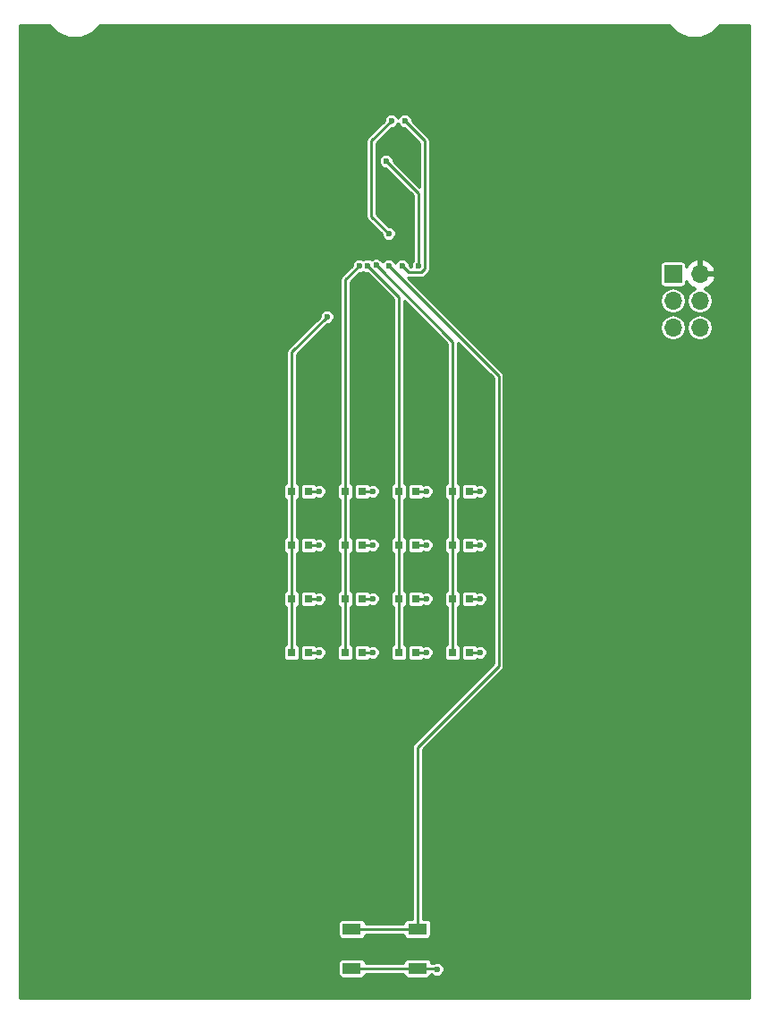
<source format=gtl>
G04 #@! TF.FileFunction,Copper,L1,Top,Signal*
%FSLAX46Y46*%
G04 Gerber Fmt 4.6, Leading zero omitted, Abs format (unit mm)*
G04 Created by KiCad (PCBNEW 4.0.6) date 09/11/17 20:09:05*
%MOMM*%
%LPD*%
G01*
G04 APERTURE LIST*
%ADD10C,0.100000*%
%ADD11R,0.800000X0.800000*%
%ADD12R,1.700000X1.700000*%
%ADD13O,1.700000X1.700000*%
%ADD14R,1.800000X1.100000*%
%ADD15C,0.600000*%
%ADD16C,0.250000*%
%ADD17C,0.254000*%
G04 APERTURE END LIST*
D10*
D11*
X132880000Y-101600000D03*
X131280000Y-101600000D03*
X143040000Y-116840000D03*
X141440000Y-116840000D03*
X137960000Y-116840000D03*
X136360000Y-116840000D03*
X132880000Y-111760000D03*
X131280000Y-111760000D03*
X143040000Y-101600000D03*
X141440000Y-101600000D03*
X143040000Y-106680000D03*
X141440000Y-106680000D03*
X143040000Y-111760000D03*
X141440000Y-111760000D03*
X137960000Y-111760000D03*
X136360000Y-111760000D03*
X137960000Y-101600000D03*
X136360000Y-101600000D03*
X132880000Y-116840000D03*
X131280000Y-116840000D03*
X137960000Y-106680000D03*
X136360000Y-106680000D03*
X127800000Y-106680000D03*
X126200000Y-106680000D03*
X127800000Y-111760000D03*
X126200000Y-111760000D03*
X127800000Y-116840000D03*
X126200000Y-116840000D03*
X132880000Y-106680000D03*
X131280000Y-106680000D03*
X127800000Y-101600000D03*
X126200000Y-101600000D03*
D12*
X162306000Y-81026000D03*
D13*
X164846000Y-81026000D03*
X162306000Y-83566000D03*
X164846000Y-83566000D03*
X162306000Y-86106000D03*
X164846000Y-86106000D03*
D14*
X131900000Y-143002000D03*
X138100000Y-143002000D03*
X131900000Y-146702000D03*
X138100000Y-146702000D03*
D15*
X141986000Y-72136000D03*
X140970000Y-67818000D03*
X141478000Y-81026000D03*
X125730000Y-81026000D03*
X132588000Y-91948000D03*
X129540000Y-83566000D03*
X165100000Y-134366000D03*
X139446000Y-141732000D03*
X139446000Y-134366000D03*
X165100000Y-141478000D03*
X130556000Y-141732000D03*
X130556000Y-134366000D03*
X129540000Y-81788000D03*
X104648000Y-141732000D03*
X104648000Y-134366000D03*
X139954000Y-146812000D03*
X144018000Y-101600000D03*
X138938000Y-101600000D03*
X133858000Y-101600000D03*
X128778000Y-101600000D03*
X129540000Y-85090000D03*
X144018000Y-106680000D03*
X138938000Y-106680000D03*
X133858000Y-106680000D03*
X128778000Y-106680000D03*
X144018000Y-111760000D03*
X138938000Y-111760000D03*
X133858000Y-111760000D03*
X128778000Y-111760000D03*
X144018000Y-116840000D03*
X138938000Y-116840000D03*
X133858000Y-116840000D03*
X128778000Y-116840000D03*
X132588000Y-80264000D03*
X133388003Y-80264000D03*
X134229947Y-80222059D03*
X135128000Y-70358000D03*
X138176000Y-80264000D03*
X135382000Y-80264000D03*
X135636000Y-66548000D03*
X135382000Y-77216000D03*
X136906000Y-66548000D03*
X136652000Y-80264000D03*
D16*
X138100000Y-146702000D02*
X139844000Y-146702000D01*
X139844000Y-146702000D02*
X139954000Y-146812000D01*
X131900000Y-146702000D02*
X133050000Y-146702000D01*
X133050000Y-146702000D02*
X138100000Y-146702000D01*
X144018000Y-101600000D02*
X143040000Y-101600000D01*
X138938000Y-101600000D02*
X137960000Y-101600000D01*
X132880000Y-101600000D02*
X133858000Y-101600000D01*
X127800000Y-101600000D02*
X128778000Y-101600000D01*
X126200000Y-101600000D02*
X126200000Y-88430000D01*
X126200000Y-88430000D02*
X129540000Y-85090000D01*
X126200000Y-106680000D02*
X126200000Y-101600000D01*
X126200000Y-111760000D02*
X126200000Y-106680000D01*
X126200000Y-116840000D02*
X126200000Y-111760000D01*
X144018000Y-106680000D02*
X143040000Y-106680000D01*
X138938000Y-106680000D02*
X137960000Y-106680000D01*
X133858000Y-106680000D02*
X132880000Y-106680000D01*
X127800000Y-106680000D02*
X128778000Y-106680000D01*
X144018000Y-111760000D02*
X143040000Y-111760000D01*
X138938000Y-111760000D02*
X137960000Y-111760000D01*
X133858000Y-111760000D02*
X132880000Y-111760000D01*
X127800000Y-111760000D02*
X128778000Y-111760000D01*
X144018000Y-116840000D02*
X143040000Y-116840000D01*
X138938000Y-116840000D02*
X137960000Y-116840000D01*
X133858000Y-116840000D02*
X132880000Y-116840000D01*
X127800000Y-116840000D02*
X128778000Y-116840000D01*
X131280000Y-101600000D02*
X131280000Y-81572000D01*
X131280000Y-81572000D02*
X132588000Y-80264000D01*
X131280000Y-116840000D02*
X131280000Y-111760000D01*
X131280000Y-111760000D02*
X131280000Y-106680000D01*
X131280000Y-106680000D02*
X131280000Y-106030000D01*
X131280000Y-106030000D02*
X131280000Y-101600000D01*
X136360000Y-101600000D02*
X136360000Y-83235997D01*
X136360000Y-83235997D02*
X133388003Y-80264000D01*
X136360000Y-106680000D02*
X136360000Y-101600000D01*
X136360000Y-111760000D02*
X136360000Y-111110000D01*
X136360000Y-111110000D02*
X136360000Y-106680000D01*
X136360000Y-116840000D02*
X136360000Y-111760000D01*
X141440000Y-101600000D02*
X141440000Y-87432112D01*
X141440000Y-87432112D02*
X134229947Y-80222059D01*
X141440000Y-106680000D02*
X141440000Y-101600000D01*
X141440000Y-111760000D02*
X141440000Y-106680000D01*
X141440000Y-116840000D02*
X141440000Y-111760000D01*
X138176000Y-73882116D02*
X138176000Y-73406000D01*
X138176000Y-73406000D02*
X135128000Y-70358000D01*
X138176000Y-80264000D02*
X138176000Y-73882116D01*
X145796000Y-90904228D02*
X145796000Y-90678000D01*
X145796000Y-90678000D02*
X135382000Y-80264000D01*
X145796000Y-118110000D02*
X145796000Y-90904228D01*
X138100000Y-125806000D02*
X145796000Y-118110000D01*
X138100000Y-143002000D02*
X138100000Y-125806000D01*
X131900000Y-143002000D02*
X133050000Y-143002000D01*
X133050000Y-143002000D02*
X138100000Y-143002000D01*
X135382000Y-77216000D02*
X133756941Y-75590941D01*
X133756941Y-75590941D02*
X133756941Y-68427059D01*
X133756941Y-68427059D02*
X135636000Y-66548000D01*
X136652000Y-80264000D02*
X137277001Y-80889001D01*
X138476001Y-80889001D02*
X138801001Y-80564001D01*
X137277001Y-80889001D02*
X138476001Y-80889001D01*
X138801001Y-80564001D02*
X138801001Y-68443001D01*
X138801001Y-68443001D02*
X136906000Y-66548000D01*
D17*
G36*
X103947104Y-58190669D02*
X105059251Y-58652473D01*
X106263466Y-58653524D01*
X107376417Y-58193662D01*
X108040236Y-57531000D01*
X161962585Y-57531000D01*
X162621104Y-58190669D01*
X163733251Y-58652473D01*
X164937466Y-58653524D01*
X166050417Y-58193662D01*
X166714236Y-57531000D01*
X169548000Y-57531000D01*
X169548000Y-149548000D01*
X100452000Y-149548000D01*
X100452000Y-146152000D01*
X130615615Y-146152000D01*
X130615615Y-147252000D01*
X130641903Y-147391708D01*
X130724470Y-147520020D01*
X130850453Y-147606101D01*
X131000000Y-147636385D01*
X132800000Y-147636385D01*
X132939708Y-147610097D01*
X133068020Y-147527530D01*
X133154101Y-147401547D01*
X133184385Y-147252000D01*
X133184385Y-147204000D01*
X136815615Y-147204000D01*
X136815615Y-147252000D01*
X136841903Y-147391708D01*
X136924470Y-147520020D01*
X137050453Y-147606101D01*
X137200000Y-147636385D01*
X139000000Y-147636385D01*
X139139708Y-147610097D01*
X139268020Y-147527530D01*
X139354101Y-147401547D01*
X139384385Y-147252000D01*
X139384385Y-147204000D01*
X139388728Y-147204000D01*
X139570010Y-147385598D01*
X139818746Y-147488882D01*
X140088073Y-147489117D01*
X140336989Y-147386267D01*
X140527598Y-147195990D01*
X140630882Y-146947254D01*
X140631117Y-146677927D01*
X140528267Y-146429011D01*
X140337990Y-146238402D01*
X140089254Y-146135118D01*
X139819927Y-146134883D01*
X139662332Y-146200000D01*
X139384385Y-146200000D01*
X139384385Y-146152000D01*
X139358097Y-146012292D01*
X139275530Y-145883980D01*
X139149547Y-145797899D01*
X139000000Y-145767615D01*
X137200000Y-145767615D01*
X137060292Y-145793903D01*
X136931980Y-145876470D01*
X136845899Y-146002453D01*
X136815615Y-146152000D01*
X136815615Y-146200000D01*
X133184385Y-146200000D01*
X133184385Y-146152000D01*
X133158097Y-146012292D01*
X133075530Y-145883980D01*
X132949547Y-145797899D01*
X132800000Y-145767615D01*
X131000000Y-145767615D01*
X130860292Y-145793903D01*
X130731980Y-145876470D01*
X130645899Y-146002453D01*
X130615615Y-146152000D01*
X100452000Y-146152000D01*
X100452000Y-101200000D01*
X125415615Y-101200000D01*
X125415615Y-102000000D01*
X125441903Y-102139708D01*
X125524470Y-102268020D01*
X125650453Y-102354101D01*
X125698000Y-102363730D01*
X125698000Y-105914808D01*
X125660292Y-105921903D01*
X125531980Y-106004470D01*
X125445899Y-106130453D01*
X125415615Y-106280000D01*
X125415615Y-107080000D01*
X125441903Y-107219708D01*
X125524470Y-107348020D01*
X125650453Y-107434101D01*
X125698000Y-107443730D01*
X125698000Y-110994808D01*
X125660292Y-111001903D01*
X125531980Y-111084470D01*
X125445899Y-111210453D01*
X125415615Y-111360000D01*
X125415615Y-112160000D01*
X125441903Y-112299708D01*
X125524470Y-112428020D01*
X125650453Y-112514101D01*
X125698000Y-112523730D01*
X125698000Y-116074808D01*
X125660292Y-116081903D01*
X125531980Y-116164470D01*
X125445899Y-116290453D01*
X125415615Y-116440000D01*
X125415615Y-117240000D01*
X125441903Y-117379708D01*
X125524470Y-117508020D01*
X125650453Y-117594101D01*
X125800000Y-117624385D01*
X126600000Y-117624385D01*
X126739708Y-117598097D01*
X126868020Y-117515530D01*
X126954101Y-117389547D01*
X126984385Y-117240000D01*
X126984385Y-116440000D01*
X127015615Y-116440000D01*
X127015615Y-117240000D01*
X127041903Y-117379708D01*
X127124470Y-117508020D01*
X127250453Y-117594101D01*
X127400000Y-117624385D01*
X128200000Y-117624385D01*
X128339708Y-117598097D01*
X128468020Y-117515530D01*
X128505917Y-117460066D01*
X128642746Y-117516882D01*
X128912073Y-117517117D01*
X129160989Y-117414267D01*
X129351598Y-117223990D01*
X129454882Y-116975254D01*
X129455117Y-116705927D01*
X129352267Y-116457011D01*
X129161990Y-116266402D01*
X128913254Y-116163118D01*
X128643927Y-116162883D01*
X128506275Y-116219759D01*
X128475530Y-116171980D01*
X128349547Y-116085899D01*
X128200000Y-116055615D01*
X127400000Y-116055615D01*
X127260292Y-116081903D01*
X127131980Y-116164470D01*
X127045899Y-116290453D01*
X127015615Y-116440000D01*
X126984385Y-116440000D01*
X126958097Y-116300292D01*
X126875530Y-116171980D01*
X126749547Y-116085899D01*
X126702000Y-116076270D01*
X126702000Y-112525192D01*
X126739708Y-112518097D01*
X126868020Y-112435530D01*
X126954101Y-112309547D01*
X126984385Y-112160000D01*
X126984385Y-111360000D01*
X127015615Y-111360000D01*
X127015615Y-112160000D01*
X127041903Y-112299708D01*
X127124470Y-112428020D01*
X127250453Y-112514101D01*
X127400000Y-112544385D01*
X128200000Y-112544385D01*
X128339708Y-112518097D01*
X128468020Y-112435530D01*
X128505917Y-112380066D01*
X128642746Y-112436882D01*
X128912073Y-112437117D01*
X129160989Y-112334267D01*
X129351598Y-112143990D01*
X129454882Y-111895254D01*
X129455117Y-111625927D01*
X129352267Y-111377011D01*
X129161990Y-111186402D01*
X128913254Y-111083118D01*
X128643927Y-111082883D01*
X128506275Y-111139759D01*
X128475530Y-111091980D01*
X128349547Y-111005899D01*
X128200000Y-110975615D01*
X127400000Y-110975615D01*
X127260292Y-111001903D01*
X127131980Y-111084470D01*
X127045899Y-111210453D01*
X127015615Y-111360000D01*
X126984385Y-111360000D01*
X126958097Y-111220292D01*
X126875530Y-111091980D01*
X126749547Y-111005899D01*
X126702000Y-110996270D01*
X126702000Y-107445192D01*
X126739708Y-107438097D01*
X126868020Y-107355530D01*
X126954101Y-107229547D01*
X126984385Y-107080000D01*
X126984385Y-106280000D01*
X127015615Y-106280000D01*
X127015615Y-107080000D01*
X127041903Y-107219708D01*
X127124470Y-107348020D01*
X127250453Y-107434101D01*
X127400000Y-107464385D01*
X128200000Y-107464385D01*
X128339708Y-107438097D01*
X128468020Y-107355530D01*
X128505917Y-107300066D01*
X128642746Y-107356882D01*
X128912073Y-107357117D01*
X129160989Y-107254267D01*
X129351598Y-107063990D01*
X129454882Y-106815254D01*
X129455117Y-106545927D01*
X129352267Y-106297011D01*
X129161990Y-106106402D01*
X128913254Y-106003118D01*
X128643927Y-106002883D01*
X128506275Y-106059759D01*
X128475530Y-106011980D01*
X128349547Y-105925899D01*
X128200000Y-105895615D01*
X127400000Y-105895615D01*
X127260292Y-105921903D01*
X127131980Y-106004470D01*
X127045899Y-106130453D01*
X127015615Y-106280000D01*
X126984385Y-106280000D01*
X126958097Y-106140292D01*
X126875530Y-106011980D01*
X126749547Y-105925899D01*
X126702000Y-105916270D01*
X126702000Y-102365192D01*
X126739708Y-102358097D01*
X126868020Y-102275530D01*
X126954101Y-102149547D01*
X126984385Y-102000000D01*
X126984385Y-101200000D01*
X127015615Y-101200000D01*
X127015615Y-102000000D01*
X127041903Y-102139708D01*
X127124470Y-102268020D01*
X127250453Y-102354101D01*
X127400000Y-102384385D01*
X128200000Y-102384385D01*
X128339708Y-102358097D01*
X128468020Y-102275530D01*
X128505917Y-102220066D01*
X128642746Y-102276882D01*
X128912073Y-102277117D01*
X129160989Y-102174267D01*
X129351598Y-101983990D01*
X129454882Y-101735254D01*
X129455117Y-101465927D01*
X129352267Y-101217011D01*
X129335286Y-101200000D01*
X130495615Y-101200000D01*
X130495615Y-102000000D01*
X130521903Y-102139708D01*
X130604470Y-102268020D01*
X130730453Y-102354101D01*
X130778000Y-102363730D01*
X130778000Y-105914808D01*
X130740292Y-105921903D01*
X130611980Y-106004470D01*
X130525899Y-106130453D01*
X130495615Y-106280000D01*
X130495615Y-107080000D01*
X130521903Y-107219708D01*
X130604470Y-107348020D01*
X130730453Y-107434101D01*
X130778000Y-107443730D01*
X130778000Y-110994808D01*
X130740292Y-111001903D01*
X130611980Y-111084470D01*
X130525899Y-111210453D01*
X130495615Y-111360000D01*
X130495615Y-112160000D01*
X130521903Y-112299708D01*
X130604470Y-112428020D01*
X130730453Y-112514101D01*
X130778000Y-112523730D01*
X130778000Y-116074808D01*
X130740292Y-116081903D01*
X130611980Y-116164470D01*
X130525899Y-116290453D01*
X130495615Y-116440000D01*
X130495615Y-117240000D01*
X130521903Y-117379708D01*
X130604470Y-117508020D01*
X130730453Y-117594101D01*
X130880000Y-117624385D01*
X131680000Y-117624385D01*
X131819708Y-117598097D01*
X131948020Y-117515530D01*
X132034101Y-117389547D01*
X132064385Y-117240000D01*
X132064385Y-116440000D01*
X132095615Y-116440000D01*
X132095615Y-117240000D01*
X132121903Y-117379708D01*
X132204470Y-117508020D01*
X132330453Y-117594101D01*
X132480000Y-117624385D01*
X133280000Y-117624385D01*
X133419708Y-117598097D01*
X133548020Y-117515530D01*
X133585917Y-117460066D01*
X133722746Y-117516882D01*
X133992073Y-117517117D01*
X134240989Y-117414267D01*
X134431598Y-117223990D01*
X134534882Y-116975254D01*
X134535117Y-116705927D01*
X134432267Y-116457011D01*
X134241990Y-116266402D01*
X133993254Y-116163118D01*
X133723927Y-116162883D01*
X133586275Y-116219759D01*
X133555530Y-116171980D01*
X133429547Y-116085899D01*
X133280000Y-116055615D01*
X132480000Y-116055615D01*
X132340292Y-116081903D01*
X132211980Y-116164470D01*
X132125899Y-116290453D01*
X132095615Y-116440000D01*
X132064385Y-116440000D01*
X132038097Y-116300292D01*
X131955530Y-116171980D01*
X131829547Y-116085899D01*
X131782000Y-116076270D01*
X131782000Y-112525192D01*
X131819708Y-112518097D01*
X131948020Y-112435530D01*
X132034101Y-112309547D01*
X132064385Y-112160000D01*
X132064385Y-111360000D01*
X132095615Y-111360000D01*
X132095615Y-112160000D01*
X132121903Y-112299708D01*
X132204470Y-112428020D01*
X132330453Y-112514101D01*
X132480000Y-112544385D01*
X133280000Y-112544385D01*
X133419708Y-112518097D01*
X133548020Y-112435530D01*
X133585917Y-112380066D01*
X133722746Y-112436882D01*
X133992073Y-112437117D01*
X134240989Y-112334267D01*
X134431598Y-112143990D01*
X134534882Y-111895254D01*
X134535117Y-111625927D01*
X134432267Y-111377011D01*
X134241990Y-111186402D01*
X133993254Y-111083118D01*
X133723927Y-111082883D01*
X133586275Y-111139759D01*
X133555530Y-111091980D01*
X133429547Y-111005899D01*
X133280000Y-110975615D01*
X132480000Y-110975615D01*
X132340292Y-111001903D01*
X132211980Y-111084470D01*
X132125899Y-111210453D01*
X132095615Y-111360000D01*
X132064385Y-111360000D01*
X132038097Y-111220292D01*
X131955530Y-111091980D01*
X131829547Y-111005899D01*
X131782000Y-110996270D01*
X131782000Y-107445192D01*
X131819708Y-107438097D01*
X131948020Y-107355530D01*
X132034101Y-107229547D01*
X132064385Y-107080000D01*
X132064385Y-106280000D01*
X132095615Y-106280000D01*
X132095615Y-107080000D01*
X132121903Y-107219708D01*
X132204470Y-107348020D01*
X132330453Y-107434101D01*
X132480000Y-107464385D01*
X133280000Y-107464385D01*
X133419708Y-107438097D01*
X133548020Y-107355530D01*
X133585917Y-107300066D01*
X133722746Y-107356882D01*
X133992073Y-107357117D01*
X134240989Y-107254267D01*
X134431598Y-107063990D01*
X134534882Y-106815254D01*
X134535117Y-106545927D01*
X134432267Y-106297011D01*
X134241990Y-106106402D01*
X133993254Y-106003118D01*
X133723927Y-106002883D01*
X133586275Y-106059759D01*
X133555530Y-106011980D01*
X133429547Y-105925899D01*
X133280000Y-105895615D01*
X132480000Y-105895615D01*
X132340292Y-105921903D01*
X132211980Y-106004470D01*
X132125899Y-106130453D01*
X132095615Y-106280000D01*
X132064385Y-106280000D01*
X132038097Y-106140292D01*
X131955530Y-106011980D01*
X131829547Y-105925899D01*
X131782000Y-105916270D01*
X131782000Y-102365192D01*
X131819708Y-102358097D01*
X131948020Y-102275530D01*
X132034101Y-102149547D01*
X132064385Y-102000000D01*
X132064385Y-101200000D01*
X132095615Y-101200000D01*
X132095615Y-102000000D01*
X132121903Y-102139708D01*
X132204470Y-102268020D01*
X132330453Y-102354101D01*
X132480000Y-102384385D01*
X133280000Y-102384385D01*
X133419708Y-102358097D01*
X133548020Y-102275530D01*
X133585917Y-102220066D01*
X133722746Y-102276882D01*
X133992073Y-102277117D01*
X134240989Y-102174267D01*
X134431598Y-101983990D01*
X134534882Y-101735254D01*
X134535117Y-101465927D01*
X134432267Y-101217011D01*
X134241990Y-101026402D01*
X133993254Y-100923118D01*
X133723927Y-100922883D01*
X133586275Y-100979759D01*
X133555530Y-100931980D01*
X133429547Y-100845899D01*
X133280000Y-100815615D01*
X132480000Y-100815615D01*
X132340292Y-100841903D01*
X132211980Y-100924470D01*
X132125899Y-101050453D01*
X132095615Y-101200000D01*
X132064385Y-101200000D01*
X132038097Y-101060292D01*
X131955530Y-100931980D01*
X131829547Y-100845899D01*
X131782000Y-100836270D01*
X131782000Y-81779936D01*
X132620907Y-80941029D01*
X132722073Y-80941117D01*
X132970989Y-80838267D01*
X132987864Y-80821421D01*
X133004013Y-80837598D01*
X133252749Y-80940882D01*
X133355038Y-80940971D01*
X135858000Y-83443932D01*
X135858000Y-100834808D01*
X135820292Y-100841903D01*
X135691980Y-100924470D01*
X135605899Y-101050453D01*
X135575615Y-101200000D01*
X135575615Y-102000000D01*
X135601903Y-102139708D01*
X135684470Y-102268020D01*
X135810453Y-102354101D01*
X135858000Y-102363730D01*
X135858000Y-105914808D01*
X135820292Y-105921903D01*
X135691980Y-106004470D01*
X135605899Y-106130453D01*
X135575615Y-106280000D01*
X135575615Y-107080000D01*
X135601903Y-107219708D01*
X135684470Y-107348020D01*
X135810453Y-107434101D01*
X135858000Y-107443730D01*
X135858000Y-110994808D01*
X135820292Y-111001903D01*
X135691980Y-111084470D01*
X135605899Y-111210453D01*
X135575615Y-111360000D01*
X135575615Y-112160000D01*
X135601903Y-112299708D01*
X135684470Y-112428020D01*
X135810453Y-112514101D01*
X135858000Y-112523730D01*
X135858000Y-116074808D01*
X135820292Y-116081903D01*
X135691980Y-116164470D01*
X135605899Y-116290453D01*
X135575615Y-116440000D01*
X135575615Y-117240000D01*
X135601903Y-117379708D01*
X135684470Y-117508020D01*
X135810453Y-117594101D01*
X135960000Y-117624385D01*
X136760000Y-117624385D01*
X136899708Y-117598097D01*
X137028020Y-117515530D01*
X137114101Y-117389547D01*
X137144385Y-117240000D01*
X137144385Y-116440000D01*
X137175615Y-116440000D01*
X137175615Y-117240000D01*
X137201903Y-117379708D01*
X137284470Y-117508020D01*
X137410453Y-117594101D01*
X137560000Y-117624385D01*
X138360000Y-117624385D01*
X138499708Y-117598097D01*
X138628020Y-117515530D01*
X138665917Y-117460066D01*
X138802746Y-117516882D01*
X139072073Y-117517117D01*
X139320989Y-117414267D01*
X139511598Y-117223990D01*
X139614882Y-116975254D01*
X139615117Y-116705927D01*
X139512267Y-116457011D01*
X139321990Y-116266402D01*
X139073254Y-116163118D01*
X138803927Y-116162883D01*
X138666275Y-116219759D01*
X138635530Y-116171980D01*
X138509547Y-116085899D01*
X138360000Y-116055615D01*
X137560000Y-116055615D01*
X137420292Y-116081903D01*
X137291980Y-116164470D01*
X137205899Y-116290453D01*
X137175615Y-116440000D01*
X137144385Y-116440000D01*
X137118097Y-116300292D01*
X137035530Y-116171980D01*
X136909547Y-116085899D01*
X136862000Y-116076270D01*
X136862000Y-112525192D01*
X136899708Y-112518097D01*
X137028020Y-112435530D01*
X137114101Y-112309547D01*
X137144385Y-112160000D01*
X137144385Y-111360000D01*
X137175615Y-111360000D01*
X137175615Y-112160000D01*
X137201903Y-112299708D01*
X137284470Y-112428020D01*
X137410453Y-112514101D01*
X137560000Y-112544385D01*
X138360000Y-112544385D01*
X138499708Y-112518097D01*
X138628020Y-112435530D01*
X138665917Y-112380066D01*
X138802746Y-112436882D01*
X139072073Y-112437117D01*
X139320989Y-112334267D01*
X139511598Y-112143990D01*
X139614882Y-111895254D01*
X139615117Y-111625927D01*
X139512267Y-111377011D01*
X139321990Y-111186402D01*
X139073254Y-111083118D01*
X138803927Y-111082883D01*
X138666275Y-111139759D01*
X138635530Y-111091980D01*
X138509547Y-111005899D01*
X138360000Y-110975615D01*
X137560000Y-110975615D01*
X137420292Y-111001903D01*
X137291980Y-111084470D01*
X137205899Y-111210453D01*
X137175615Y-111360000D01*
X137144385Y-111360000D01*
X137118097Y-111220292D01*
X137035530Y-111091980D01*
X136909547Y-111005899D01*
X136862000Y-110996270D01*
X136862000Y-107445192D01*
X136899708Y-107438097D01*
X137028020Y-107355530D01*
X137114101Y-107229547D01*
X137144385Y-107080000D01*
X137144385Y-106280000D01*
X137175615Y-106280000D01*
X137175615Y-107080000D01*
X137201903Y-107219708D01*
X137284470Y-107348020D01*
X137410453Y-107434101D01*
X137560000Y-107464385D01*
X138360000Y-107464385D01*
X138499708Y-107438097D01*
X138628020Y-107355530D01*
X138665917Y-107300066D01*
X138802746Y-107356882D01*
X139072073Y-107357117D01*
X139320989Y-107254267D01*
X139511598Y-107063990D01*
X139614882Y-106815254D01*
X139615117Y-106545927D01*
X139512267Y-106297011D01*
X139321990Y-106106402D01*
X139073254Y-106003118D01*
X138803927Y-106002883D01*
X138666275Y-106059759D01*
X138635530Y-106011980D01*
X138509547Y-105925899D01*
X138360000Y-105895615D01*
X137560000Y-105895615D01*
X137420292Y-105921903D01*
X137291980Y-106004470D01*
X137205899Y-106130453D01*
X137175615Y-106280000D01*
X137144385Y-106280000D01*
X137118097Y-106140292D01*
X137035530Y-106011980D01*
X136909547Y-105925899D01*
X136862000Y-105916270D01*
X136862000Y-102365192D01*
X136899708Y-102358097D01*
X137028020Y-102275530D01*
X137114101Y-102149547D01*
X137144385Y-102000000D01*
X137144385Y-101200000D01*
X137175615Y-101200000D01*
X137175615Y-102000000D01*
X137201903Y-102139708D01*
X137284470Y-102268020D01*
X137410453Y-102354101D01*
X137560000Y-102384385D01*
X138360000Y-102384385D01*
X138499708Y-102358097D01*
X138628020Y-102275530D01*
X138665917Y-102220066D01*
X138802746Y-102276882D01*
X139072073Y-102277117D01*
X139320989Y-102174267D01*
X139511598Y-101983990D01*
X139614882Y-101735254D01*
X139615117Y-101465927D01*
X139512267Y-101217011D01*
X139321990Y-101026402D01*
X139073254Y-100923118D01*
X138803927Y-100922883D01*
X138666275Y-100979759D01*
X138635530Y-100931980D01*
X138509547Y-100845899D01*
X138360000Y-100815615D01*
X137560000Y-100815615D01*
X137420292Y-100841903D01*
X137291980Y-100924470D01*
X137205899Y-101050453D01*
X137175615Y-101200000D01*
X137144385Y-101200000D01*
X137118097Y-101060292D01*
X137035530Y-100931980D01*
X136909547Y-100845899D01*
X136862000Y-100836270D01*
X136862000Y-83564048D01*
X140938000Y-87640047D01*
X140938000Y-100834808D01*
X140900292Y-100841903D01*
X140771980Y-100924470D01*
X140685899Y-101050453D01*
X140655615Y-101200000D01*
X140655615Y-102000000D01*
X140681903Y-102139708D01*
X140764470Y-102268020D01*
X140890453Y-102354101D01*
X140938000Y-102363730D01*
X140938000Y-105914808D01*
X140900292Y-105921903D01*
X140771980Y-106004470D01*
X140685899Y-106130453D01*
X140655615Y-106280000D01*
X140655615Y-107080000D01*
X140681903Y-107219708D01*
X140764470Y-107348020D01*
X140890453Y-107434101D01*
X140938000Y-107443730D01*
X140938000Y-110994808D01*
X140900292Y-111001903D01*
X140771980Y-111084470D01*
X140685899Y-111210453D01*
X140655615Y-111360000D01*
X140655615Y-112160000D01*
X140681903Y-112299708D01*
X140764470Y-112428020D01*
X140890453Y-112514101D01*
X140938000Y-112523730D01*
X140938000Y-116074808D01*
X140900292Y-116081903D01*
X140771980Y-116164470D01*
X140685899Y-116290453D01*
X140655615Y-116440000D01*
X140655615Y-117240000D01*
X140681903Y-117379708D01*
X140764470Y-117508020D01*
X140890453Y-117594101D01*
X141040000Y-117624385D01*
X141840000Y-117624385D01*
X141979708Y-117598097D01*
X142108020Y-117515530D01*
X142194101Y-117389547D01*
X142224385Y-117240000D01*
X142224385Y-116440000D01*
X142255615Y-116440000D01*
X142255615Y-117240000D01*
X142281903Y-117379708D01*
X142364470Y-117508020D01*
X142490453Y-117594101D01*
X142640000Y-117624385D01*
X143440000Y-117624385D01*
X143579708Y-117598097D01*
X143708020Y-117515530D01*
X143745917Y-117460066D01*
X143882746Y-117516882D01*
X144152073Y-117517117D01*
X144400989Y-117414267D01*
X144591598Y-117223990D01*
X144694882Y-116975254D01*
X144695117Y-116705927D01*
X144592267Y-116457011D01*
X144401990Y-116266402D01*
X144153254Y-116163118D01*
X143883927Y-116162883D01*
X143746275Y-116219759D01*
X143715530Y-116171980D01*
X143589547Y-116085899D01*
X143440000Y-116055615D01*
X142640000Y-116055615D01*
X142500292Y-116081903D01*
X142371980Y-116164470D01*
X142285899Y-116290453D01*
X142255615Y-116440000D01*
X142224385Y-116440000D01*
X142198097Y-116300292D01*
X142115530Y-116171980D01*
X141989547Y-116085899D01*
X141942000Y-116076270D01*
X141942000Y-112525192D01*
X141979708Y-112518097D01*
X142108020Y-112435530D01*
X142194101Y-112309547D01*
X142224385Y-112160000D01*
X142224385Y-111360000D01*
X142255615Y-111360000D01*
X142255615Y-112160000D01*
X142281903Y-112299708D01*
X142364470Y-112428020D01*
X142490453Y-112514101D01*
X142640000Y-112544385D01*
X143440000Y-112544385D01*
X143579708Y-112518097D01*
X143708020Y-112435530D01*
X143745917Y-112380066D01*
X143882746Y-112436882D01*
X144152073Y-112437117D01*
X144400989Y-112334267D01*
X144591598Y-112143990D01*
X144694882Y-111895254D01*
X144695117Y-111625927D01*
X144592267Y-111377011D01*
X144401990Y-111186402D01*
X144153254Y-111083118D01*
X143883927Y-111082883D01*
X143746275Y-111139759D01*
X143715530Y-111091980D01*
X143589547Y-111005899D01*
X143440000Y-110975615D01*
X142640000Y-110975615D01*
X142500292Y-111001903D01*
X142371980Y-111084470D01*
X142285899Y-111210453D01*
X142255615Y-111360000D01*
X142224385Y-111360000D01*
X142198097Y-111220292D01*
X142115530Y-111091980D01*
X141989547Y-111005899D01*
X141942000Y-110996270D01*
X141942000Y-107445192D01*
X141979708Y-107438097D01*
X142108020Y-107355530D01*
X142194101Y-107229547D01*
X142224385Y-107080000D01*
X142224385Y-106280000D01*
X142255615Y-106280000D01*
X142255615Y-107080000D01*
X142281903Y-107219708D01*
X142364470Y-107348020D01*
X142490453Y-107434101D01*
X142640000Y-107464385D01*
X143440000Y-107464385D01*
X143579708Y-107438097D01*
X143708020Y-107355530D01*
X143745917Y-107300066D01*
X143882746Y-107356882D01*
X144152073Y-107357117D01*
X144400989Y-107254267D01*
X144591598Y-107063990D01*
X144694882Y-106815254D01*
X144695117Y-106545927D01*
X144592267Y-106297011D01*
X144401990Y-106106402D01*
X144153254Y-106003118D01*
X143883927Y-106002883D01*
X143746275Y-106059759D01*
X143715530Y-106011980D01*
X143589547Y-105925899D01*
X143440000Y-105895615D01*
X142640000Y-105895615D01*
X142500292Y-105921903D01*
X142371980Y-106004470D01*
X142285899Y-106130453D01*
X142255615Y-106280000D01*
X142224385Y-106280000D01*
X142198097Y-106140292D01*
X142115530Y-106011980D01*
X141989547Y-105925899D01*
X141942000Y-105916270D01*
X141942000Y-102365192D01*
X141979708Y-102358097D01*
X142108020Y-102275530D01*
X142194101Y-102149547D01*
X142224385Y-102000000D01*
X142224385Y-101200000D01*
X142255615Y-101200000D01*
X142255615Y-102000000D01*
X142281903Y-102139708D01*
X142364470Y-102268020D01*
X142490453Y-102354101D01*
X142640000Y-102384385D01*
X143440000Y-102384385D01*
X143579708Y-102358097D01*
X143708020Y-102275530D01*
X143745917Y-102220066D01*
X143882746Y-102276882D01*
X144152073Y-102277117D01*
X144400989Y-102174267D01*
X144591598Y-101983990D01*
X144694882Y-101735254D01*
X144695117Y-101465927D01*
X144592267Y-101217011D01*
X144401990Y-101026402D01*
X144153254Y-100923118D01*
X143883927Y-100922883D01*
X143746275Y-100979759D01*
X143715530Y-100931980D01*
X143589547Y-100845899D01*
X143440000Y-100815615D01*
X142640000Y-100815615D01*
X142500292Y-100841903D01*
X142371980Y-100924470D01*
X142285899Y-101050453D01*
X142255615Y-101200000D01*
X142224385Y-101200000D01*
X142198097Y-101060292D01*
X142115530Y-100931980D01*
X141989547Y-100845899D01*
X141942000Y-100836270D01*
X141942000Y-87533936D01*
X145294000Y-90885936D01*
X145294000Y-117902065D01*
X137745032Y-125451032D01*
X137636212Y-125613893D01*
X137597999Y-125806000D01*
X137598000Y-125806005D01*
X137598000Y-142067615D01*
X137200000Y-142067615D01*
X137060292Y-142093903D01*
X136931980Y-142176470D01*
X136845899Y-142302453D01*
X136815615Y-142452000D01*
X136815615Y-142500000D01*
X133184385Y-142500000D01*
X133184385Y-142452000D01*
X133158097Y-142312292D01*
X133075530Y-142183980D01*
X132949547Y-142097899D01*
X132800000Y-142067615D01*
X131000000Y-142067615D01*
X130860292Y-142093903D01*
X130731980Y-142176470D01*
X130645899Y-142302453D01*
X130615615Y-142452000D01*
X130615615Y-143552000D01*
X130641903Y-143691708D01*
X130724470Y-143820020D01*
X130850453Y-143906101D01*
X131000000Y-143936385D01*
X132800000Y-143936385D01*
X132939708Y-143910097D01*
X133068020Y-143827530D01*
X133154101Y-143701547D01*
X133184385Y-143552000D01*
X133184385Y-143504000D01*
X136815615Y-143504000D01*
X136815615Y-143552000D01*
X136841903Y-143691708D01*
X136924470Y-143820020D01*
X137050453Y-143906101D01*
X137200000Y-143936385D01*
X139000000Y-143936385D01*
X139139708Y-143910097D01*
X139268020Y-143827530D01*
X139354101Y-143701547D01*
X139384385Y-143552000D01*
X139384385Y-142452000D01*
X139358097Y-142312292D01*
X139275530Y-142183980D01*
X139149547Y-142097899D01*
X139000000Y-142067615D01*
X138602000Y-142067615D01*
X138602000Y-126013936D01*
X146150965Y-118464970D01*
X146150968Y-118464968D01*
X146259788Y-118302107D01*
X146298001Y-118110000D01*
X146298000Y-118109995D01*
X146298000Y-90678005D01*
X146298001Y-90678000D01*
X146259788Y-90485892D01*
X146150968Y-90323032D01*
X141933936Y-86106000D01*
X161054962Y-86106000D01*
X161148362Y-86575553D01*
X161414342Y-86973620D01*
X161812409Y-87239600D01*
X162281962Y-87333000D01*
X162330038Y-87333000D01*
X162799591Y-87239600D01*
X163197658Y-86973620D01*
X163463638Y-86575553D01*
X163557038Y-86106000D01*
X163594962Y-86106000D01*
X163688362Y-86575553D01*
X163954342Y-86973620D01*
X164352409Y-87239600D01*
X164821962Y-87333000D01*
X164870038Y-87333000D01*
X165339591Y-87239600D01*
X165737658Y-86973620D01*
X166003638Y-86575553D01*
X166097038Y-86106000D01*
X166003638Y-85636447D01*
X165737658Y-85238380D01*
X165339591Y-84972400D01*
X164870038Y-84879000D01*
X164821962Y-84879000D01*
X164352409Y-84972400D01*
X163954342Y-85238380D01*
X163688362Y-85636447D01*
X163594962Y-86106000D01*
X163557038Y-86106000D01*
X163463638Y-85636447D01*
X163197658Y-85238380D01*
X162799591Y-84972400D01*
X162330038Y-84879000D01*
X162281962Y-84879000D01*
X161812409Y-84972400D01*
X161414342Y-85238380D01*
X161148362Y-85636447D01*
X161054962Y-86106000D01*
X141933936Y-86106000D01*
X139393936Y-83566000D01*
X161054962Y-83566000D01*
X161148362Y-84035553D01*
X161414342Y-84433620D01*
X161812409Y-84699600D01*
X162281962Y-84793000D01*
X162330038Y-84793000D01*
X162799591Y-84699600D01*
X163197658Y-84433620D01*
X163463638Y-84035553D01*
X163557038Y-83566000D01*
X163463638Y-83096447D01*
X163197658Y-82698380D01*
X162799591Y-82432400D01*
X162330038Y-82339000D01*
X162281962Y-82339000D01*
X161812409Y-82432400D01*
X161414342Y-82698380D01*
X161148362Y-83096447D01*
X161054962Y-83566000D01*
X139393936Y-83566000D01*
X137204521Y-81376585D01*
X137277001Y-81391002D01*
X137277006Y-81391001D01*
X138475996Y-81391001D01*
X138476001Y-81391002D01*
X138668108Y-81352789D01*
X138830969Y-81243969D01*
X139155966Y-80918971D01*
X139155969Y-80918969D01*
X139221201Y-80821341D01*
X139264789Y-80756109D01*
X139303001Y-80564001D01*
X139303001Y-80176000D01*
X161071615Y-80176000D01*
X161071615Y-81876000D01*
X161097903Y-82015708D01*
X161180470Y-82144020D01*
X161306453Y-82230101D01*
X161456000Y-82260385D01*
X163156000Y-82260385D01*
X163295708Y-82234097D01*
X163424020Y-82151530D01*
X163510101Y-82025547D01*
X163540385Y-81876000D01*
X163540385Y-81710908D01*
X163574355Y-81792924D01*
X163964642Y-82221183D01*
X164395954Y-82423738D01*
X164352409Y-82432400D01*
X163954342Y-82698380D01*
X163688362Y-83096447D01*
X163594962Y-83566000D01*
X163688362Y-84035553D01*
X163954342Y-84433620D01*
X164352409Y-84699600D01*
X164821962Y-84793000D01*
X164870038Y-84793000D01*
X165339591Y-84699600D01*
X165737658Y-84433620D01*
X166003638Y-84035553D01*
X166097038Y-83566000D01*
X166003638Y-83096447D01*
X165737658Y-82698380D01*
X165339591Y-82432400D01*
X165296046Y-82423738D01*
X165727358Y-82221183D01*
X166117645Y-81792924D01*
X166287476Y-81382890D01*
X166166155Y-81153000D01*
X164973000Y-81153000D01*
X164973000Y-81173000D01*
X164719000Y-81173000D01*
X164719000Y-81153000D01*
X164699000Y-81153000D01*
X164699000Y-80899000D01*
X164719000Y-80899000D01*
X164719000Y-79705181D01*
X164973000Y-79705181D01*
X164973000Y-80899000D01*
X166166155Y-80899000D01*
X166287476Y-80669110D01*
X166117645Y-80259076D01*
X165727358Y-79830817D01*
X165202892Y-79584514D01*
X164973000Y-79705181D01*
X164719000Y-79705181D01*
X164489108Y-79584514D01*
X163964642Y-79830817D01*
X163574355Y-80259076D01*
X163540385Y-80341092D01*
X163540385Y-80176000D01*
X163514097Y-80036292D01*
X163431530Y-79907980D01*
X163305547Y-79821899D01*
X163156000Y-79791615D01*
X161456000Y-79791615D01*
X161316292Y-79817903D01*
X161187980Y-79900470D01*
X161101899Y-80026453D01*
X161071615Y-80176000D01*
X139303001Y-80176000D01*
X139303001Y-68443001D01*
X139264789Y-68250894D01*
X139264789Y-68250893D01*
X139155969Y-68088033D01*
X137583029Y-66515093D01*
X137583117Y-66413927D01*
X137480267Y-66165011D01*
X137289990Y-65974402D01*
X137041254Y-65871118D01*
X136771927Y-65870883D01*
X136523011Y-65973733D01*
X136332402Y-66164010D01*
X136270977Y-66311939D01*
X136210267Y-66165011D01*
X136019990Y-65974402D01*
X135771254Y-65871118D01*
X135501927Y-65870883D01*
X135253011Y-65973733D01*
X135062402Y-66164010D01*
X134959118Y-66412746D01*
X134959029Y-66515036D01*
X133401973Y-68072091D01*
X133293153Y-68234952D01*
X133254940Y-68427059D01*
X133254941Y-68427064D01*
X133254941Y-75590936D01*
X133254940Y-75590941D01*
X133293153Y-75783048D01*
X133401973Y-75945909D01*
X134704971Y-77248906D01*
X134704883Y-77350073D01*
X134807733Y-77598989D01*
X134998010Y-77789598D01*
X135246746Y-77892882D01*
X135516073Y-77893117D01*
X135764989Y-77790267D01*
X135955598Y-77599990D01*
X136058882Y-77351254D01*
X136059117Y-77081927D01*
X135956267Y-76833011D01*
X135765990Y-76642402D01*
X135517254Y-76539118D01*
X135414964Y-76539029D01*
X134258941Y-75383005D01*
X134258941Y-68634995D01*
X135668906Y-67225029D01*
X135770073Y-67225117D01*
X136018989Y-67122267D01*
X136209598Y-66931990D01*
X136271023Y-66784061D01*
X136331733Y-66930989D01*
X136522010Y-67121598D01*
X136770746Y-67224882D01*
X136873035Y-67224971D01*
X138299001Y-68650937D01*
X138299001Y-72819065D01*
X135805029Y-70325093D01*
X135805117Y-70223927D01*
X135702267Y-69975011D01*
X135511990Y-69784402D01*
X135263254Y-69681118D01*
X134993927Y-69680883D01*
X134745011Y-69783733D01*
X134554402Y-69974010D01*
X134451118Y-70222746D01*
X134450883Y-70492073D01*
X134553733Y-70740989D01*
X134744010Y-70931598D01*
X134992746Y-71034882D01*
X135095035Y-71034971D01*
X137674000Y-73613936D01*
X137674000Y-79808537D01*
X137602402Y-79880010D01*
X137499118Y-80128746D01*
X137498893Y-80387001D01*
X137484937Y-80387001D01*
X137329029Y-80231093D01*
X137329117Y-80129927D01*
X137226267Y-79881011D01*
X137035990Y-79690402D01*
X136787254Y-79587118D01*
X136517927Y-79586883D01*
X136269011Y-79689733D01*
X136078402Y-79880010D01*
X136016977Y-80027939D01*
X135956267Y-79881011D01*
X135765990Y-79690402D01*
X135517254Y-79587118D01*
X135247927Y-79586883D01*
X134999011Y-79689733D01*
X134817413Y-79871014D01*
X134804214Y-79839070D01*
X134613937Y-79648461D01*
X134365201Y-79545177D01*
X134095874Y-79544942D01*
X133846958Y-79647792D01*
X133788105Y-79706542D01*
X133771993Y-79690402D01*
X133523257Y-79587118D01*
X133253930Y-79586883D01*
X133005014Y-79689733D01*
X132988139Y-79706579D01*
X132971990Y-79690402D01*
X132723254Y-79587118D01*
X132453927Y-79586883D01*
X132205011Y-79689733D01*
X132014402Y-79880010D01*
X131911118Y-80128746D01*
X131911029Y-80231036D01*
X130925032Y-81217032D01*
X130816212Y-81379893D01*
X130777999Y-81572000D01*
X130778000Y-81572005D01*
X130778000Y-100834808D01*
X130740292Y-100841903D01*
X130611980Y-100924470D01*
X130525899Y-101050453D01*
X130495615Y-101200000D01*
X129335286Y-101200000D01*
X129161990Y-101026402D01*
X128913254Y-100923118D01*
X128643927Y-100922883D01*
X128506275Y-100979759D01*
X128475530Y-100931980D01*
X128349547Y-100845899D01*
X128200000Y-100815615D01*
X127400000Y-100815615D01*
X127260292Y-100841903D01*
X127131980Y-100924470D01*
X127045899Y-101050453D01*
X127015615Y-101200000D01*
X126984385Y-101200000D01*
X126958097Y-101060292D01*
X126875530Y-100931980D01*
X126749547Y-100845899D01*
X126702000Y-100836270D01*
X126702000Y-88637936D01*
X129572906Y-85767029D01*
X129674073Y-85767117D01*
X129922989Y-85664267D01*
X130113598Y-85473990D01*
X130216882Y-85225254D01*
X130217117Y-84955927D01*
X130114267Y-84707011D01*
X129923990Y-84516402D01*
X129675254Y-84413118D01*
X129405927Y-84412883D01*
X129157011Y-84515733D01*
X128966402Y-84706010D01*
X128863118Y-84954746D01*
X128863029Y-85057036D01*
X125845032Y-88075032D01*
X125736212Y-88237893D01*
X125697999Y-88430000D01*
X125698000Y-88430005D01*
X125698000Y-100834808D01*
X125660292Y-100841903D01*
X125531980Y-100924470D01*
X125445899Y-101050453D01*
X125415615Y-101200000D01*
X100452000Y-101200000D01*
X100452000Y-57531000D01*
X103288585Y-57531000D01*
X103947104Y-58190669D01*
X103947104Y-58190669D01*
G37*
X103947104Y-58190669D02*
X105059251Y-58652473D01*
X106263466Y-58653524D01*
X107376417Y-58193662D01*
X108040236Y-57531000D01*
X161962585Y-57531000D01*
X162621104Y-58190669D01*
X163733251Y-58652473D01*
X164937466Y-58653524D01*
X166050417Y-58193662D01*
X166714236Y-57531000D01*
X169548000Y-57531000D01*
X169548000Y-149548000D01*
X100452000Y-149548000D01*
X100452000Y-146152000D01*
X130615615Y-146152000D01*
X130615615Y-147252000D01*
X130641903Y-147391708D01*
X130724470Y-147520020D01*
X130850453Y-147606101D01*
X131000000Y-147636385D01*
X132800000Y-147636385D01*
X132939708Y-147610097D01*
X133068020Y-147527530D01*
X133154101Y-147401547D01*
X133184385Y-147252000D01*
X133184385Y-147204000D01*
X136815615Y-147204000D01*
X136815615Y-147252000D01*
X136841903Y-147391708D01*
X136924470Y-147520020D01*
X137050453Y-147606101D01*
X137200000Y-147636385D01*
X139000000Y-147636385D01*
X139139708Y-147610097D01*
X139268020Y-147527530D01*
X139354101Y-147401547D01*
X139384385Y-147252000D01*
X139384385Y-147204000D01*
X139388728Y-147204000D01*
X139570010Y-147385598D01*
X139818746Y-147488882D01*
X140088073Y-147489117D01*
X140336989Y-147386267D01*
X140527598Y-147195990D01*
X140630882Y-146947254D01*
X140631117Y-146677927D01*
X140528267Y-146429011D01*
X140337990Y-146238402D01*
X140089254Y-146135118D01*
X139819927Y-146134883D01*
X139662332Y-146200000D01*
X139384385Y-146200000D01*
X139384385Y-146152000D01*
X139358097Y-146012292D01*
X139275530Y-145883980D01*
X139149547Y-145797899D01*
X139000000Y-145767615D01*
X137200000Y-145767615D01*
X137060292Y-145793903D01*
X136931980Y-145876470D01*
X136845899Y-146002453D01*
X136815615Y-146152000D01*
X136815615Y-146200000D01*
X133184385Y-146200000D01*
X133184385Y-146152000D01*
X133158097Y-146012292D01*
X133075530Y-145883980D01*
X132949547Y-145797899D01*
X132800000Y-145767615D01*
X131000000Y-145767615D01*
X130860292Y-145793903D01*
X130731980Y-145876470D01*
X130645899Y-146002453D01*
X130615615Y-146152000D01*
X100452000Y-146152000D01*
X100452000Y-101200000D01*
X125415615Y-101200000D01*
X125415615Y-102000000D01*
X125441903Y-102139708D01*
X125524470Y-102268020D01*
X125650453Y-102354101D01*
X125698000Y-102363730D01*
X125698000Y-105914808D01*
X125660292Y-105921903D01*
X125531980Y-106004470D01*
X125445899Y-106130453D01*
X125415615Y-106280000D01*
X125415615Y-107080000D01*
X125441903Y-107219708D01*
X125524470Y-107348020D01*
X125650453Y-107434101D01*
X125698000Y-107443730D01*
X125698000Y-110994808D01*
X125660292Y-111001903D01*
X125531980Y-111084470D01*
X125445899Y-111210453D01*
X125415615Y-111360000D01*
X125415615Y-112160000D01*
X125441903Y-112299708D01*
X125524470Y-112428020D01*
X125650453Y-112514101D01*
X125698000Y-112523730D01*
X125698000Y-116074808D01*
X125660292Y-116081903D01*
X125531980Y-116164470D01*
X125445899Y-116290453D01*
X125415615Y-116440000D01*
X125415615Y-117240000D01*
X125441903Y-117379708D01*
X125524470Y-117508020D01*
X125650453Y-117594101D01*
X125800000Y-117624385D01*
X126600000Y-117624385D01*
X126739708Y-117598097D01*
X126868020Y-117515530D01*
X126954101Y-117389547D01*
X126984385Y-117240000D01*
X126984385Y-116440000D01*
X127015615Y-116440000D01*
X127015615Y-117240000D01*
X127041903Y-117379708D01*
X127124470Y-117508020D01*
X127250453Y-117594101D01*
X127400000Y-117624385D01*
X128200000Y-117624385D01*
X128339708Y-117598097D01*
X128468020Y-117515530D01*
X128505917Y-117460066D01*
X128642746Y-117516882D01*
X128912073Y-117517117D01*
X129160989Y-117414267D01*
X129351598Y-117223990D01*
X129454882Y-116975254D01*
X129455117Y-116705927D01*
X129352267Y-116457011D01*
X129161990Y-116266402D01*
X128913254Y-116163118D01*
X128643927Y-116162883D01*
X128506275Y-116219759D01*
X128475530Y-116171980D01*
X128349547Y-116085899D01*
X128200000Y-116055615D01*
X127400000Y-116055615D01*
X127260292Y-116081903D01*
X127131980Y-116164470D01*
X127045899Y-116290453D01*
X127015615Y-116440000D01*
X126984385Y-116440000D01*
X126958097Y-116300292D01*
X126875530Y-116171980D01*
X126749547Y-116085899D01*
X126702000Y-116076270D01*
X126702000Y-112525192D01*
X126739708Y-112518097D01*
X126868020Y-112435530D01*
X126954101Y-112309547D01*
X126984385Y-112160000D01*
X126984385Y-111360000D01*
X127015615Y-111360000D01*
X127015615Y-112160000D01*
X127041903Y-112299708D01*
X127124470Y-112428020D01*
X127250453Y-112514101D01*
X127400000Y-112544385D01*
X128200000Y-112544385D01*
X128339708Y-112518097D01*
X128468020Y-112435530D01*
X128505917Y-112380066D01*
X128642746Y-112436882D01*
X128912073Y-112437117D01*
X129160989Y-112334267D01*
X129351598Y-112143990D01*
X129454882Y-111895254D01*
X129455117Y-111625927D01*
X129352267Y-111377011D01*
X129161990Y-111186402D01*
X128913254Y-111083118D01*
X128643927Y-111082883D01*
X128506275Y-111139759D01*
X128475530Y-111091980D01*
X128349547Y-111005899D01*
X128200000Y-110975615D01*
X127400000Y-110975615D01*
X127260292Y-111001903D01*
X127131980Y-111084470D01*
X127045899Y-111210453D01*
X127015615Y-111360000D01*
X126984385Y-111360000D01*
X126958097Y-111220292D01*
X126875530Y-111091980D01*
X126749547Y-111005899D01*
X126702000Y-110996270D01*
X126702000Y-107445192D01*
X126739708Y-107438097D01*
X126868020Y-107355530D01*
X126954101Y-107229547D01*
X126984385Y-107080000D01*
X126984385Y-106280000D01*
X127015615Y-106280000D01*
X127015615Y-107080000D01*
X127041903Y-107219708D01*
X127124470Y-107348020D01*
X127250453Y-107434101D01*
X127400000Y-107464385D01*
X128200000Y-107464385D01*
X128339708Y-107438097D01*
X128468020Y-107355530D01*
X128505917Y-107300066D01*
X128642746Y-107356882D01*
X128912073Y-107357117D01*
X129160989Y-107254267D01*
X129351598Y-107063990D01*
X129454882Y-106815254D01*
X129455117Y-106545927D01*
X129352267Y-106297011D01*
X129161990Y-106106402D01*
X128913254Y-106003118D01*
X128643927Y-106002883D01*
X128506275Y-106059759D01*
X128475530Y-106011980D01*
X128349547Y-105925899D01*
X128200000Y-105895615D01*
X127400000Y-105895615D01*
X127260292Y-105921903D01*
X127131980Y-106004470D01*
X127045899Y-106130453D01*
X127015615Y-106280000D01*
X126984385Y-106280000D01*
X126958097Y-106140292D01*
X126875530Y-106011980D01*
X126749547Y-105925899D01*
X126702000Y-105916270D01*
X126702000Y-102365192D01*
X126739708Y-102358097D01*
X126868020Y-102275530D01*
X126954101Y-102149547D01*
X126984385Y-102000000D01*
X126984385Y-101200000D01*
X127015615Y-101200000D01*
X127015615Y-102000000D01*
X127041903Y-102139708D01*
X127124470Y-102268020D01*
X127250453Y-102354101D01*
X127400000Y-102384385D01*
X128200000Y-102384385D01*
X128339708Y-102358097D01*
X128468020Y-102275530D01*
X128505917Y-102220066D01*
X128642746Y-102276882D01*
X128912073Y-102277117D01*
X129160989Y-102174267D01*
X129351598Y-101983990D01*
X129454882Y-101735254D01*
X129455117Y-101465927D01*
X129352267Y-101217011D01*
X129335286Y-101200000D01*
X130495615Y-101200000D01*
X130495615Y-102000000D01*
X130521903Y-102139708D01*
X130604470Y-102268020D01*
X130730453Y-102354101D01*
X130778000Y-102363730D01*
X130778000Y-105914808D01*
X130740292Y-105921903D01*
X130611980Y-106004470D01*
X130525899Y-106130453D01*
X130495615Y-106280000D01*
X130495615Y-107080000D01*
X130521903Y-107219708D01*
X130604470Y-107348020D01*
X130730453Y-107434101D01*
X130778000Y-107443730D01*
X130778000Y-110994808D01*
X130740292Y-111001903D01*
X130611980Y-111084470D01*
X130525899Y-111210453D01*
X130495615Y-111360000D01*
X130495615Y-112160000D01*
X130521903Y-112299708D01*
X130604470Y-112428020D01*
X130730453Y-112514101D01*
X130778000Y-112523730D01*
X130778000Y-116074808D01*
X130740292Y-116081903D01*
X130611980Y-116164470D01*
X130525899Y-116290453D01*
X130495615Y-116440000D01*
X130495615Y-117240000D01*
X130521903Y-117379708D01*
X130604470Y-117508020D01*
X130730453Y-117594101D01*
X130880000Y-117624385D01*
X131680000Y-117624385D01*
X131819708Y-117598097D01*
X131948020Y-117515530D01*
X132034101Y-117389547D01*
X132064385Y-117240000D01*
X132064385Y-116440000D01*
X132095615Y-116440000D01*
X132095615Y-117240000D01*
X132121903Y-117379708D01*
X132204470Y-117508020D01*
X132330453Y-117594101D01*
X132480000Y-117624385D01*
X133280000Y-117624385D01*
X133419708Y-117598097D01*
X133548020Y-117515530D01*
X133585917Y-117460066D01*
X133722746Y-117516882D01*
X133992073Y-117517117D01*
X134240989Y-117414267D01*
X134431598Y-117223990D01*
X134534882Y-116975254D01*
X134535117Y-116705927D01*
X134432267Y-116457011D01*
X134241990Y-116266402D01*
X133993254Y-116163118D01*
X133723927Y-116162883D01*
X133586275Y-116219759D01*
X133555530Y-116171980D01*
X133429547Y-116085899D01*
X133280000Y-116055615D01*
X132480000Y-116055615D01*
X132340292Y-116081903D01*
X132211980Y-116164470D01*
X132125899Y-116290453D01*
X132095615Y-116440000D01*
X132064385Y-116440000D01*
X132038097Y-116300292D01*
X131955530Y-116171980D01*
X131829547Y-116085899D01*
X131782000Y-116076270D01*
X131782000Y-112525192D01*
X131819708Y-112518097D01*
X131948020Y-112435530D01*
X132034101Y-112309547D01*
X132064385Y-112160000D01*
X132064385Y-111360000D01*
X132095615Y-111360000D01*
X132095615Y-112160000D01*
X132121903Y-112299708D01*
X132204470Y-112428020D01*
X132330453Y-112514101D01*
X132480000Y-112544385D01*
X133280000Y-112544385D01*
X133419708Y-112518097D01*
X133548020Y-112435530D01*
X133585917Y-112380066D01*
X133722746Y-112436882D01*
X133992073Y-112437117D01*
X134240989Y-112334267D01*
X134431598Y-112143990D01*
X134534882Y-111895254D01*
X134535117Y-111625927D01*
X134432267Y-111377011D01*
X134241990Y-111186402D01*
X133993254Y-111083118D01*
X133723927Y-111082883D01*
X133586275Y-111139759D01*
X133555530Y-111091980D01*
X133429547Y-111005899D01*
X133280000Y-110975615D01*
X132480000Y-110975615D01*
X132340292Y-111001903D01*
X132211980Y-111084470D01*
X132125899Y-111210453D01*
X132095615Y-111360000D01*
X132064385Y-111360000D01*
X132038097Y-111220292D01*
X131955530Y-111091980D01*
X131829547Y-111005899D01*
X131782000Y-110996270D01*
X131782000Y-107445192D01*
X131819708Y-107438097D01*
X131948020Y-107355530D01*
X132034101Y-107229547D01*
X132064385Y-107080000D01*
X132064385Y-106280000D01*
X132095615Y-106280000D01*
X132095615Y-107080000D01*
X132121903Y-107219708D01*
X132204470Y-107348020D01*
X132330453Y-107434101D01*
X132480000Y-107464385D01*
X133280000Y-107464385D01*
X133419708Y-107438097D01*
X133548020Y-107355530D01*
X133585917Y-107300066D01*
X133722746Y-107356882D01*
X133992073Y-107357117D01*
X134240989Y-107254267D01*
X134431598Y-107063990D01*
X134534882Y-106815254D01*
X134535117Y-106545927D01*
X134432267Y-106297011D01*
X134241990Y-106106402D01*
X133993254Y-106003118D01*
X133723927Y-106002883D01*
X133586275Y-106059759D01*
X133555530Y-106011980D01*
X133429547Y-105925899D01*
X133280000Y-105895615D01*
X132480000Y-105895615D01*
X132340292Y-105921903D01*
X132211980Y-106004470D01*
X132125899Y-106130453D01*
X132095615Y-106280000D01*
X132064385Y-106280000D01*
X132038097Y-106140292D01*
X131955530Y-106011980D01*
X131829547Y-105925899D01*
X131782000Y-105916270D01*
X131782000Y-102365192D01*
X131819708Y-102358097D01*
X131948020Y-102275530D01*
X132034101Y-102149547D01*
X132064385Y-102000000D01*
X132064385Y-101200000D01*
X132095615Y-101200000D01*
X132095615Y-102000000D01*
X132121903Y-102139708D01*
X132204470Y-102268020D01*
X132330453Y-102354101D01*
X132480000Y-102384385D01*
X133280000Y-102384385D01*
X133419708Y-102358097D01*
X133548020Y-102275530D01*
X133585917Y-102220066D01*
X133722746Y-102276882D01*
X133992073Y-102277117D01*
X134240989Y-102174267D01*
X134431598Y-101983990D01*
X134534882Y-101735254D01*
X134535117Y-101465927D01*
X134432267Y-101217011D01*
X134241990Y-101026402D01*
X133993254Y-100923118D01*
X133723927Y-100922883D01*
X133586275Y-100979759D01*
X133555530Y-100931980D01*
X133429547Y-100845899D01*
X133280000Y-100815615D01*
X132480000Y-100815615D01*
X132340292Y-100841903D01*
X132211980Y-100924470D01*
X132125899Y-101050453D01*
X132095615Y-101200000D01*
X132064385Y-101200000D01*
X132038097Y-101060292D01*
X131955530Y-100931980D01*
X131829547Y-100845899D01*
X131782000Y-100836270D01*
X131782000Y-81779936D01*
X132620907Y-80941029D01*
X132722073Y-80941117D01*
X132970989Y-80838267D01*
X132987864Y-80821421D01*
X133004013Y-80837598D01*
X133252749Y-80940882D01*
X133355038Y-80940971D01*
X135858000Y-83443932D01*
X135858000Y-100834808D01*
X135820292Y-100841903D01*
X135691980Y-100924470D01*
X135605899Y-101050453D01*
X135575615Y-101200000D01*
X135575615Y-102000000D01*
X135601903Y-102139708D01*
X135684470Y-102268020D01*
X135810453Y-102354101D01*
X135858000Y-102363730D01*
X135858000Y-105914808D01*
X135820292Y-105921903D01*
X135691980Y-106004470D01*
X135605899Y-106130453D01*
X135575615Y-106280000D01*
X135575615Y-107080000D01*
X135601903Y-107219708D01*
X135684470Y-107348020D01*
X135810453Y-107434101D01*
X135858000Y-107443730D01*
X135858000Y-110994808D01*
X135820292Y-111001903D01*
X135691980Y-111084470D01*
X135605899Y-111210453D01*
X135575615Y-111360000D01*
X135575615Y-112160000D01*
X135601903Y-112299708D01*
X135684470Y-112428020D01*
X135810453Y-112514101D01*
X135858000Y-112523730D01*
X135858000Y-116074808D01*
X135820292Y-116081903D01*
X135691980Y-116164470D01*
X135605899Y-116290453D01*
X135575615Y-116440000D01*
X135575615Y-117240000D01*
X135601903Y-117379708D01*
X135684470Y-117508020D01*
X135810453Y-117594101D01*
X135960000Y-117624385D01*
X136760000Y-117624385D01*
X136899708Y-117598097D01*
X137028020Y-117515530D01*
X137114101Y-117389547D01*
X137144385Y-117240000D01*
X137144385Y-116440000D01*
X137175615Y-116440000D01*
X137175615Y-117240000D01*
X137201903Y-117379708D01*
X137284470Y-117508020D01*
X137410453Y-117594101D01*
X137560000Y-117624385D01*
X138360000Y-117624385D01*
X138499708Y-117598097D01*
X138628020Y-117515530D01*
X138665917Y-117460066D01*
X138802746Y-117516882D01*
X139072073Y-117517117D01*
X139320989Y-117414267D01*
X139511598Y-117223990D01*
X139614882Y-116975254D01*
X139615117Y-116705927D01*
X139512267Y-116457011D01*
X139321990Y-116266402D01*
X139073254Y-116163118D01*
X138803927Y-116162883D01*
X138666275Y-116219759D01*
X138635530Y-116171980D01*
X138509547Y-116085899D01*
X138360000Y-116055615D01*
X137560000Y-116055615D01*
X137420292Y-116081903D01*
X137291980Y-116164470D01*
X137205899Y-116290453D01*
X137175615Y-116440000D01*
X137144385Y-116440000D01*
X137118097Y-116300292D01*
X137035530Y-116171980D01*
X136909547Y-116085899D01*
X136862000Y-116076270D01*
X136862000Y-112525192D01*
X136899708Y-112518097D01*
X137028020Y-112435530D01*
X137114101Y-112309547D01*
X137144385Y-112160000D01*
X137144385Y-111360000D01*
X137175615Y-111360000D01*
X137175615Y-112160000D01*
X137201903Y-112299708D01*
X137284470Y-112428020D01*
X137410453Y-112514101D01*
X137560000Y-112544385D01*
X138360000Y-112544385D01*
X138499708Y-112518097D01*
X138628020Y-112435530D01*
X138665917Y-112380066D01*
X138802746Y-112436882D01*
X139072073Y-112437117D01*
X139320989Y-112334267D01*
X139511598Y-112143990D01*
X139614882Y-111895254D01*
X139615117Y-111625927D01*
X139512267Y-111377011D01*
X139321990Y-111186402D01*
X139073254Y-111083118D01*
X138803927Y-111082883D01*
X138666275Y-111139759D01*
X138635530Y-111091980D01*
X138509547Y-111005899D01*
X138360000Y-110975615D01*
X137560000Y-110975615D01*
X137420292Y-111001903D01*
X137291980Y-111084470D01*
X137205899Y-111210453D01*
X137175615Y-111360000D01*
X137144385Y-111360000D01*
X137118097Y-111220292D01*
X137035530Y-111091980D01*
X136909547Y-111005899D01*
X136862000Y-110996270D01*
X136862000Y-107445192D01*
X136899708Y-107438097D01*
X137028020Y-107355530D01*
X137114101Y-107229547D01*
X137144385Y-107080000D01*
X137144385Y-106280000D01*
X137175615Y-106280000D01*
X137175615Y-107080000D01*
X137201903Y-107219708D01*
X137284470Y-107348020D01*
X137410453Y-107434101D01*
X137560000Y-107464385D01*
X138360000Y-107464385D01*
X138499708Y-107438097D01*
X138628020Y-107355530D01*
X138665917Y-107300066D01*
X138802746Y-107356882D01*
X139072073Y-107357117D01*
X139320989Y-107254267D01*
X139511598Y-107063990D01*
X139614882Y-106815254D01*
X139615117Y-106545927D01*
X139512267Y-106297011D01*
X139321990Y-106106402D01*
X139073254Y-106003118D01*
X138803927Y-106002883D01*
X138666275Y-106059759D01*
X138635530Y-106011980D01*
X138509547Y-105925899D01*
X138360000Y-105895615D01*
X137560000Y-105895615D01*
X137420292Y-105921903D01*
X137291980Y-106004470D01*
X137205899Y-106130453D01*
X137175615Y-106280000D01*
X137144385Y-106280000D01*
X137118097Y-106140292D01*
X137035530Y-106011980D01*
X136909547Y-105925899D01*
X136862000Y-105916270D01*
X136862000Y-102365192D01*
X136899708Y-102358097D01*
X137028020Y-102275530D01*
X137114101Y-102149547D01*
X137144385Y-102000000D01*
X137144385Y-101200000D01*
X137175615Y-101200000D01*
X137175615Y-102000000D01*
X137201903Y-102139708D01*
X137284470Y-102268020D01*
X137410453Y-102354101D01*
X137560000Y-102384385D01*
X138360000Y-102384385D01*
X138499708Y-102358097D01*
X138628020Y-102275530D01*
X138665917Y-102220066D01*
X138802746Y-102276882D01*
X139072073Y-102277117D01*
X139320989Y-102174267D01*
X139511598Y-101983990D01*
X139614882Y-101735254D01*
X139615117Y-101465927D01*
X139512267Y-101217011D01*
X139321990Y-101026402D01*
X139073254Y-100923118D01*
X138803927Y-100922883D01*
X138666275Y-100979759D01*
X138635530Y-100931980D01*
X138509547Y-100845899D01*
X138360000Y-100815615D01*
X137560000Y-100815615D01*
X137420292Y-100841903D01*
X137291980Y-100924470D01*
X137205899Y-101050453D01*
X137175615Y-101200000D01*
X137144385Y-101200000D01*
X137118097Y-101060292D01*
X137035530Y-100931980D01*
X136909547Y-100845899D01*
X136862000Y-100836270D01*
X136862000Y-83564048D01*
X140938000Y-87640047D01*
X140938000Y-100834808D01*
X140900292Y-100841903D01*
X140771980Y-100924470D01*
X140685899Y-101050453D01*
X140655615Y-101200000D01*
X140655615Y-102000000D01*
X140681903Y-102139708D01*
X140764470Y-102268020D01*
X140890453Y-102354101D01*
X140938000Y-102363730D01*
X140938000Y-105914808D01*
X140900292Y-105921903D01*
X140771980Y-106004470D01*
X140685899Y-106130453D01*
X140655615Y-106280000D01*
X140655615Y-107080000D01*
X140681903Y-107219708D01*
X140764470Y-107348020D01*
X140890453Y-107434101D01*
X140938000Y-107443730D01*
X140938000Y-110994808D01*
X140900292Y-111001903D01*
X140771980Y-111084470D01*
X140685899Y-111210453D01*
X140655615Y-111360000D01*
X140655615Y-112160000D01*
X140681903Y-112299708D01*
X140764470Y-112428020D01*
X140890453Y-112514101D01*
X140938000Y-112523730D01*
X140938000Y-116074808D01*
X140900292Y-116081903D01*
X140771980Y-116164470D01*
X140685899Y-116290453D01*
X140655615Y-116440000D01*
X140655615Y-117240000D01*
X140681903Y-117379708D01*
X140764470Y-117508020D01*
X140890453Y-117594101D01*
X141040000Y-117624385D01*
X141840000Y-117624385D01*
X141979708Y-117598097D01*
X142108020Y-117515530D01*
X142194101Y-117389547D01*
X142224385Y-117240000D01*
X142224385Y-116440000D01*
X142255615Y-116440000D01*
X142255615Y-117240000D01*
X142281903Y-117379708D01*
X142364470Y-117508020D01*
X142490453Y-117594101D01*
X142640000Y-117624385D01*
X143440000Y-117624385D01*
X143579708Y-117598097D01*
X143708020Y-117515530D01*
X143745917Y-117460066D01*
X143882746Y-117516882D01*
X144152073Y-117517117D01*
X144400989Y-117414267D01*
X144591598Y-117223990D01*
X144694882Y-116975254D01*
X144695117Y-116705927D01*
X144592267Y-116457011D01*
X144401990Y-116266402D01*
X144153254Y-116163118D01*
X143883927Y-116162883D01*
X143746275Y-116219759D01*
X143715530Y-116171980D01*
X143589547Y-116085899D01*
X143440000Y-116055615D01*
X142640000Y-116055615D01*
X142500292Y-116081903D01*
X142371980Y-116164470D01*
X142285899Y-116290453D01*
X142255615Y-116440000D01*
X142224385Y-116440000D01*
X142198097Y-116300292D01*
X142115530Y-116171980D01*
X141989547Y-116085899D01*
X141942000Y-116076270D01*
X141942000Y-112525192D01*
X141979708Y-112518097D01*
X142108020Y-112435530D01*
X142194101Y-112309547D01*
X142224385Y-112160000D01*
X142224385Y-111360000D01*
X142255615Y-111360000D01*
X142255615Y-112160000D01*
X142281903Y-112299708D01*
X142364470Y-112428020D01*
X142490453Y-112514101D01*
X142640000Y-112544385D01*
X143440000Y-112544385D01*
X143579708Y-112518097D01*
X143708020Y-112435530D01*
X143745917Y-112380066D01*
X143882746Y-112436882D01*
X144152073Y-112437117D01*
X144400989Y-112334267D01*
X144591598Y-112143990D01*
X144694882Y-111895254D01*
X144695117Y-111625927D01*
X144592267Y-111377011D01*
X144401990Y-111186402D01*
X144153254Y-111083118D01*
X143883927Y-111082883D01*
X143746275Y-111139759D01*
X143715530Y-111091980D01*
X143589547Y-111005899D01*
X143440000Y-110975615D01*
X142640000Y-110975615D01*
X142500292Y-111001903D01*
X142371980Y-111084470D01*
X142285899Y-111210453D01*
X142255615Y-111360000D01*
X142224385Y-111360000D01*
X142198097Y-111220292D01*
X142115530Y-111091980D01*
X141989547Y-111005899D01*
X141942000Y-110996270D01*
X141942000Y-107445192D01*
X141979708Y-107438097D01*
X142108020Y-107355530D01*
X142194101Y-107229547D01*
X142224385Y-107080000D01*
X142224385Y-106280000D01*
X142255615Y-106280000D01*
X142255615Y-107080000D01*
X142281903Y-107219708D01*
X142364470Y-107348020D01*
X142490453Y-107434101D01*
X142640000Y-107464385D01*
X143440000Y-107464385D01*
X143579708Y-107438097D01*
X143708020Y-107355530D01*
X143745917Y-107300066D01*
X143882746Y-107356882D01*
X144152073Y-107357117D01*
X144400989Y-107254267D01*
X144591598Y-107063990D01*
X144694882Y-106815254D01*
X144695117Y-106545927D01*
X144592267Y-106297011D01*
X144401990Y-106106402D01*
X144153254Y-106003118D01*
X143883927Y-106002883D01*
X143746275Y-106059759D01*
X143715530Y-106011980D01*
X143589547Y-105925899D01*
X143440000Y-105895615D01*
X142640000Y-105895615D01*
X142500292Y-105921903D01*
X142371980Y-106004470D01*
X142285899Y-106130453D01*
X142255615Y-106280000D01*
X142224385Y-106280000D01*
X142198097Y-106140292D01*
X142115530Y-106011980D01*
X141989547Y-105925899D01*
X141942000Y-105916270D01*
X141942000Y-102365192D01*
X141979708Y-102358097D01*
X142108020Y-102275530D01*
X142194101Y-102149547D01*
X142224385Y-102000000D01*
X142224385Y-101200000D01*
X142255615Y-101200000D01*
X142255615Y-102000000D01*
X142281903Y-102139708D01*
X142364470Y-102268020D01*
X142490453Y-102354101D01*
X142640000Y-102384385D01*
X143440000Y-102384385D01*
X143579708Y-102358097D01*
X143708020Y-102275530D01*
X143745917Y-102220066D01*
X143882746Y-102276882D01*
X144152073Y-102277117D01*
X144400989Y-102174267D01*
X144591598Y-101983990D01*
X144694882Y-101735254D01*
X144695117Y-101465927D01*
X144592267Y-101217011D01*
X144401990Y-101026402D01*
X144153254Y-100923118D01*
X143883927Y-100922883D01*
X143746275Y-100979759D01*
X143715530Y-100931980D01*
X143589547Y-100845899D01*
X143440000Y-100815615D01*
X142640000Y-100815615D01*
X142500292Y-100841903D01*
X142371980Y-100924470D01*
X142285899Y-101050453D01*
X142255615Y-101200000D01*
X142224385Y-101200000D01*
X142198097Y-101060292D01*
X142115530Y-100931980D01*
X141989547Y-100845899D01*
X141942000Y-100836270D01*
X141942000Y-87533936D01*
X145294000Y-90885936D01*
X145294000Y-117902065D01*
X137745032Y-125451032D01*
X137636212Y-125613893D01*
X137597999Y-125806000D01*
X137598000Y-125806005D01*
X137598000Y-142067615D01*
X137200000Y-142067615D01*
X137060292Y-142093903D01*
X136931980Y-142176470D01*
X136845899Y-142302453D01*
X136815615Y-142452000D01*
X136815615Y-142500000D01*
X133184385Y-142500000D01*
X133184385Y-142452000D01*
X133158097Y-142312292D01*
X133075530Y-142183980D01*
X132949547Y-142097899D01*
X132800000Y-142067615D01*
X131000000Y-142067615D01*
X130860292Y-142093903D01*
X130731980Y-142176470D01*
X130645899Y-142302453D01*
X130615615Y-142452000D01*
X130615615Y-143552000D01*
X130641903Y-143691708D01*
X130724470Y-143820020D01*
X130850453Y-143906101D01*
X131000000Y-143936385D01*
X132800000Y-143936385D01*
X132939708Y-143910097D01*
X133068020Y-143827530D01*
X133154101Y-143701547D01*
X133184385Y-143552000D01*
X133184385Y-143504000D01*
X136815615Y-143504000D01*
X136815615Y-143552000D01*
X136841903Y-143691708D01*
X136924470Y-143820020D01*
X137050453Y-143906101D01*
X137200000Y-143936385D01*
X139000000Y-143936385D01*
X139139708Y-143910097D01*
X139268020Y-143827530D01*
X139354101Y-143701547D01*
X139384385Y-143552000D01*
X139384385Y-142452000D01*
X139358097Y-142312292D01*
X139275530Y-142183980D01*
X139149547Y-142097899D01*
X139000000Y-142067615D01*
X138602000Y-142067615D01*
X138602000Y-126013936D01*
X146150965Y-118464970D01*
X146150968Y-118464968D01*
X146259788Y-118302107D01*
X146298001Y-118110000D01*
X146298000Y-118109995D01*
X146298000Y-90678005D01*
X146298001Y-90678000D01*
X146259788Y-90485892D01*
X146150968Y-90323032D01*
X141933936Y-86106000D01*
X161054962Y-86106000D01*
X161148362Y-86575553D01*
X161414342Y-86973620D01*
X161812409Y-87239600D01*
X162281962Y-87333000D01*
X162330038Y-87333000D01*
X162799591Y-87239600D01*
X163197658Y-86973620D01*
X163463638Y-86575553D01*
X163557038Y-86106000D01*
X163594962Y-86106000D01*
X163688362Y-86575553D01*
X163954342Y-86973620D01*
X164352409Y-87239600D01*
X164821962Y-87333000D01*
X164870038Y-87333000D01*
X165339591Y-87239600D01*
X165737658Y-86973620D01*
X166003638Y-86575553D01*
X166097038Y-86106000D01*
X166003638Y-85636447D01*
X165737658Y-85238380D01*
X165339591Y-84972400D01*
X164870038Y-84879000D01*
X164821962Y-84879000D01*
X164352409Y-84972400D01*
X163954342Y-85238380D01*
X163688362Y-85636447D01*
X163594962Y-86106000D01*
X163557038Y-86106000D01*
X163463638Y-85636447D01*
X163197658Y-85238380D01*
X162799591Y-84972400D01*
X162330038Y-84879000D01*
X162281962Y-84879000D01*
X161812409Y-84972400D01*
X161414342Y-85238380D01*
X161148362Y-85636447D01*
X161054962Y-86106000D01*
X141933936Y-86106000D01*
X139393936Y-83566000D01*
X161054962Y-83566000D01*
X161148362Y-84035553D01*
X161414342Y-84433620D01*
X161812409Y-84699600D01*
X162281962Y-84793000D01*
X162330038Y-84793000D01*
X162799591Y-84699600D01*
X163197658Y-84433620D01*
X163463638Y-84035553D01*
X163557038Y-83566000D01*
X163463638Y-83096447D01*
X163197658Y-82698380D01*
X162799591Y-82432400D01*
X162330038Y-82339000D01*
X162281962Y-82339000D01*
X161812409Y-82432400D01*
X161414342Y-82698380D01*
X161148362Y-83096447D01*
X161054962Y-83566000D01*
X139393936Y-83566000D01*
X137204521Y-81376585D01*
X137277001Y-81391002D01*
X137277006Y-81391001D01*
X138475996Y-81391001D01*
X138476001Y-81391002D01*
X138668108Y-81352789D01*
X138830969Y-81243969D01*
X139155966Y-80918971D01*
X139155969Y-80918969D01*
X139221201Y-80821341D01*
X139264789Y-80756109D01*
X139303001Y-80564001D01*
X139303001Y-80176000D01*
X161071615Y-80176000D01*
X161071615Y-81876000D01*
X161097903Y-82015708D01*
X161180470Y-82144020D01*
X161306453Y-82230101D01*
X161456000Y-82260385D01*
X163156000Y-82260385D01*
X163295708Y-82234097D01*
X163424020Y-82151530D01*
X163510101Y-82025547D01*
X163540385Y-81876000D01*
X163540385Y-81710908D01*
X163574355Y-81792924D01*
X163964642Y-82221183D01*
X164395954Y-82423738D01*
X164352409Y-82432400D01*
X163954342Y-82698380D01*
X163688362Y-83096447D01*
X163594962Y-83566000D01*
X163688362Y-84035553D01*
X163954342Y-84433620D01*
X164352409Y-84699600D01*
X164821962Y-84793000D01*
X164870038Y-84793000D01*
X165339591Y-84699600D01*
X165737658Y-84433620D01*
X166003638Y-84035553D01*
X166097038Y-83566000D01*
X166003638Y-83096447D01*
X165737658Y-82698380D01*
X165339591Y-82432400D01*
X165296046Y-82423738D01*
X165727358Y-82221183D01*
X166117645Y-81792924D01*
X166287476Y-81382890D01*
X166166155Y-81153000D01*
X164973000Y-81153000D01*
X164973000Y-81173000D01*
X164719000Y-81173000D01*
X164719000Y-81153000D01*
X164699000Y-81153000D01*
X164699000Y-80899000D01*
X164719000Y-80899000D01*
X164719000Y-79705181D01*
X164973000Y-79705181D01*
X164973000Y-80899000D01*
X166166155Y-80899000D01*
X166287476Y-80669110D01*
X166117645Y-80259076D01*
X165727358Y-79830817D01*
X165202892Y-79584514D01*
X164973000Y-79705181D01*
X164719000Y-79705181D01*
X164489108Y-79584514D01*
X163964642Y-79830817D01*
X163574355Y-80259076D01*
X163540385Y-80341092D01*
X163540385Y-80176000D01*
X163514097Y-80036292D01*
X163431530Y-79907980D01*
X163305547Y-79821899D01*
X163156000Y-79791615D01*
X161456000Y-79791615D01*
X161316292Y-79817903D01*
X161187980Y-79900470D01*
X161101899Y-80026453D01*
X161071615Y-80176000D01*
X139303001Y-80176000D01*
X139303001Y-68443001D01*
X139264789Y-68250894D01*
X139264789Y-68250893D01*
X139155969Y-68088033D01*
X137583029Y-66515093D01*
X137583117Y-66413927D01*
X137480267Y-66165011D01*
X137289990Y-65974402D01*
X137041254Y-65871118D01*
X136771927Y-65870883D01*
X136523011Y-65973733D01*
X136332402Y-66164010D01*
X136270977Y-66311939D01*
X136210267Y-66165011D01*
X136019990Y-65974402D01*
X135771254Y-65871118D01*
X135501927Y-65870883D01*
X135253011Y-65973733D01*
X135062402Y-66164010D01*
X134959118Y-66412746D01*
X134959029Y-66515036D01*
X133401973Y-68072091D01*
X133293153Y-68234952D01*
X133254940Y-68427059D01*
X133254941Y-68427064D01*
X133254941Y-75590936D01*
X133254940Y-75590941D01*
X133293153Y-75783048D01*
X133401973Y-75945909D01*
X134704971Y-77248906D01*
X134704883Y-77350073D01*
X134807733Y-77598989D01*
X134998010Y-77789598D01*
X135246746Y-77892882D01*
X135516073Y-77893117D01*
X135764989Y-77790267D01*
X135955598Y-77599990D01*
X136058882Y-77351254D01*
X136059117Y-77081927D01*
X135956267Y-76833011D01*
X135765990Y-76642402D01*
X135517254Y-76539118D01*
X135414964Y-76539029D01*
X134258941Y-75383005D01*
X134258941Y-68634995D01*
X135668906Y-67225029D01*
X135770073Y-67225117D01*
X136018989Y-67122267D01*
X136209598Y-66931990D01*
X136271023Y-66784061D01*
X136331733Y-66930989D01*
X136522010Y-67121598D01*
X136770746Y-67224882D01*
X136873035Y-67224971D01*
X138299001Y-68650937D01*
X138299001Y-72819065D01*
X135805029Y-70325093D01*
X135805117Y-70223927D01*
X135702267Y-69975011D01*
X135511990Y-69784402D01*
X135263254Y-69681118D01*
X134993927Y-69680883D01*
X134745011Y-69783733D01*
X134554402Y-69974010D01*
X134451118Y-70222746D01*
X134450883Y-70492073D01*
X134553733Y-70740989D01*
X134744010Y-70931598D01*
X134992746Y-71034882D01*
X135095035Y-71034971D01*
X137674000Y-73613936D01*
X137674000Y-79808537D01*
X137602402Y-79880010D01*
X137499118Y-80128746D01*
X137498893Y-80387001D01*
X137484937Y-80387001D01*
X137329029Y-80231093D01*
X137329117Y-80129927D01*
X137226267Y-79881011D01*
X137035990Y-79690402D01*
X136787254Y-79587118D01*
X136517927Y-79586883D01*
X136269011Y-79689733D01*
X136078402Y-79880010D01*
X136016977Y-80027939D01*
X135956267Y-79881011D01*
X135765990Y-79690402D01*
X135517254Y-79587118D01*
X135247927Y-79586883D01*
X134999011Y-79689733D01*
X134817413Y-79871014D01*
X134804214Y-79839070D01*
X134613937Y-79648461D01*
X134365201Y-79545177D01*
X134095874Y-79544942D01*
X133846958Y-79647792D01*
X133788105Y-79706542D01*
X133771993Y-79690402D01*
X133523257Y-79587118D01*
X133253930Y-79586883D01*
X133005014Y-79689733D01*
X132988139Y-79706579D01*
X132971990Y-79690402D01*
X132723254Y-79587118D01*
X132453927Y-79586883D01*
X132205011Y-79689733D01*
X132014402Y-79880010D01*
X131911118Y-80128746D01*
X131911029Y-80231036D01*
X130925032Y-81217032D01*
X130816212Y-81379893D01*
X130777999Y-81572000D01*
X130778000Y-81572005D01*
X130778000Y-100834808D01*
X130740292Y-100841903D01*
X130611980Y-100924470D01*
X130525899Y-101050453D01*
X130495615Y-101200000D01*
X129335286Y-101200000D01*
X129161990Y-101026402D01*
X128913254Y-100923118D01*
X128643927Y-100922883D01*
X128506275Y-100979759D01*
X128475530Y-100931980D01*
X128349547Y-100845899D01*
X128200000Y-100815615D01*
X127400000Y-100815615D01*
X127260292Y-100841903D01*
X127131980Y-100924470D01*
X127045899Y-101050453D01*
X127015615Y-101200000D01*
X126984385Y-101200000D01*
X126958097Y-101060292D01*
X126875530Y-100931980D01*
X126749547Y-100845899D01*
X126702000Y-100836270D01*
X126702000Y-88637936D01*
X129572906Y-85767029D01*
X129674073Y-85767117D01*
X129922989Y-85664267D01*
X130113598Y-85473990D01*
X130216882Y-85225254D01*
X130217117Y-84955927D01*
X130114267Y-84707011D01*
X129923990Y-84516402D01*
X129675254Y-84413118D01*
X129405927Y-84412883D01*
X129157011Y-84515733D01*
X128966402Y-84706010D01*
X128863118Y-84954746D01*
X128863029Y-85057036D01*
X125845032Y-88075032D01*
X125736212Y-88237893D01*
X125697999Y-88430000D01*
X125698000Y-88430005D01*
X125698000Y-100834808D01*
X125660292Y-100841903D01*
X125531980Y-100924470D01*
X125445899Y-101050453D01*
X125415615Y-101200000D01*
X100452000Y-101200000D01*
X100452000Y-57531000D01*
X103288585Y-57531000D01*
X103947104Y-58190669D01*
M02*

</source>
